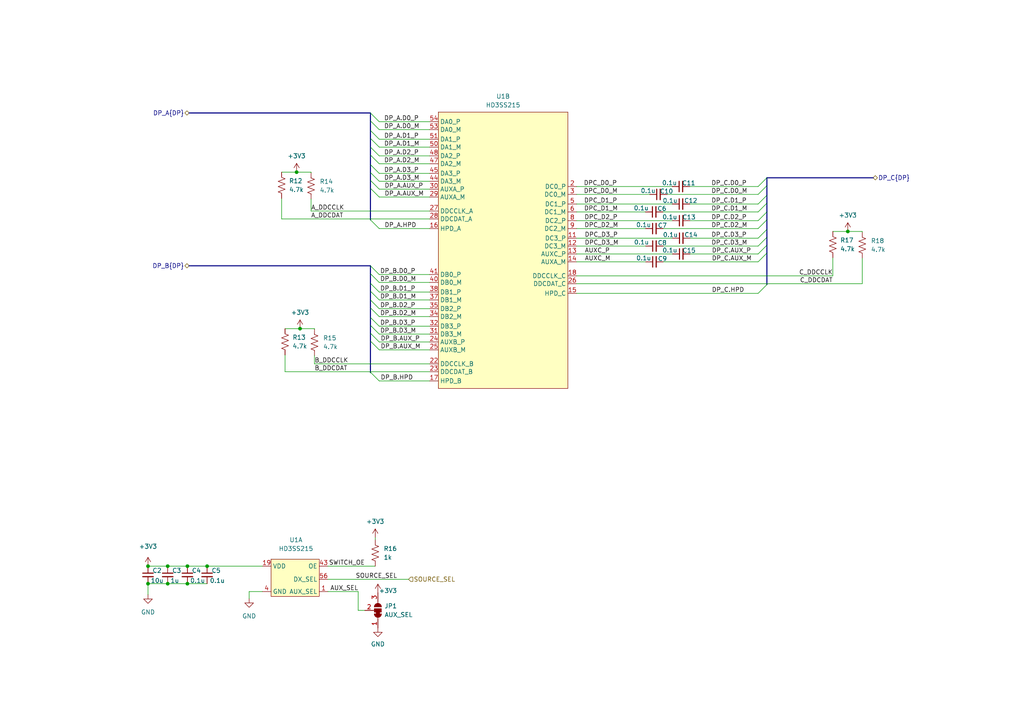
<source format=kicad_sch>
(kicad_sch (version 20211123) (generator eeschema)
  (paper "A4")
  (lib_symbols
    (symbol "Device:C_Small" (pin_numbers hide) (pin_names (offset 0.254) hide)
      (property "Reference" "C" (at 0.254 1.778 0))
      (property "Value" "C_Small" (at 0.254 -2.032 0))
      (symbol "C_Small_0_1"
        (polyline (pts (xy -1.524 -0.508) (xy 1.524 -0.508)) (stroke (width 0.3302)))
        (polyline (pts (xy -1.524 0.508) (xy 1.524 0.508)) (stroke (width 0.3048)))
      )
      (symbol "C_Small_1_1"
        (pin passive line (at 0 2.54 270) (length 2.032) (name "~") (number "1"))
        (pin passive line (at 0 -2.54 90) (length 2.032) (name "~") (number "2"))
      )
    )
    (symbol "Device:R_US" (pin_numbers hide) (pin_names (offset 0))
      (property "Reference" "R" (at 2.54 0 90))
      (property "Value" "R_US" (at -2.54 0 90))
      (symbol "R_US_0_1"
        (polyline (pts (xy 0 -2.286) (xy 0 -2.54)))
        (polyline (pts (xy 0 2.286) (xy 0 2.54)))
        (polyline (pts (xy 0 -0.762) (xy 1.016 -1.143) (xy 0 -1.524) (xy -1.016 -1.905) (xy 0 -2.286)))
        (polyline (pts (xy 0 0.762) (xy 1.016 0.381) (xy 0 0) (xy -1.016 -0.381) (xy 0 -0.762)))
        (polyline (pts (xy 0 2.286) (xy 1.016 1.905) (xy 0 1.524) (xy -1.016 1.143) (xy 0 0.762)))
      )
      (symbol "R_US_1_1"
        (pin passive line (at 0 3.81 270) (length 1.27) (name "~") (number "1"))
        (pin passive line (at 0 -3.81 90) (length 1.27) (name "~") (number "2"))
      )
    )
    (symbol "Jumper:SolderJumper_3_Bridged12" (pin_names (offset 0) hide)
      (property "Reference" "JP" (at -2.54 -2.54 0))
      (property "Value" "SolderJumper_3_Bridged12" (at 0 2.794 0))
      (symbol "SolderJumper_3_Bridged12_0_1"
        (rectangle (start -1.016 0.508) (end -0.508 -0.508) (fill (type outline)))
        (arc (start -1.016 1.016) (mid -2.032 0) (end -1.016 -1.016))
        (arc (start -1.016 1.016) (mid -2.032 0) (end -1.016 -1.016) (fill (type outline)))
        (rectangle (start -0.508 1.016) (end 0.508 -1.016) (fill (type outline)))
        (polyline (pts (xy -2.54 0) (xy -2.032 0)))
        (polyline (pts (xy -1.016 1.016) (xy -1.016 -1.016)))
        (polyline (pts (xy 0 -1.27) (xy 0 -1.016)))
        (polyline (pts (xy 1.016 1.016) (xy 1.016 -1.016)))
        (polyline (pts (xy 2.54 0) (xy 2.032 0)))
        (arc (start 1.016 -1.016) (mid 2.032 0) (end 1.016 1.016))
        (arc (start 1.016 -1.016) (mid 2.032 0) (end 1.016 1.016) (fill (type outline)))
      )
      (symbol "SolderJumper_3_Bridged12_1_1"
        (pin passive line (at -5.08 0 0) (length 2.54) (name "A") (number "1"))
        (pin passive line (at 0 -3.81 90) (length 2.54) (name "C") (number "2"))
        (pin passive line (at 5.08 0 180) (length 2.54) (name "B") (number "3"))
      )
    )
    (symbol "Misic:HD3SS215"
      (property "Reference" "U" (at 0 7.493 0))
      (property "Value" "HD3SS215" (at 0 5.461 0))
      (symbol "HD3SS215_1_1"
        (rectangle (start -6.858 4.572) (end 7.112 -6.223) (fill (type background)))
        (pin input line (at 9.652 -4.826 180) (length 2.54) (name "AUX_SEL") (number "1"))
        (pin input line (at -9.398 -4.826 0) (length 2.54) hide (name "GND") (number "10"))
        (pin input line (at -9.398 2.54 0) (length 2.54) (name "VDD") (number "19"))
        (pin input line (at -9.398 -4.826 0) (length 2.54) hide (name "GND") (number "33"))
        (pin input line (at -9.398 -4.826 0) (length 2.54) hide (name "GND") (number "36"))
        (pin input line (at -9.398 -4.826 0) (length 2.54) hide (name "GND") (number "39"))
        (pin input line (at -9.398 -4.826 0) (length 2.54) (name "GND") (number "4"))
        (pin input line (at 9.652 2.54 180) (length 2.54) (name "OE") (number "43"))
        (pin input line (at -9.398 -4.826 0) (length 2.54) hide (name "GND") (number "46"))
        (pin input line (at -9.398 -4.826 0) (length 2.54) hide (name "GND") (number "49"))
        (pin input line (at -9.398 -4.826 0) (length 2.54) hide (name "GND") (number "52"))
        (pin input line (at -9.398 2.54 0) (length 2.54) hide (name "VDD") (number "55"))
        (pin input line (at 9.652 -1.27 180) (length 2.54) (name "DX_SEL") (number "56"))
        (pin input line (at -9.398 -4.826 0) (length 2.54) hide (name "GND") (number "7"))
      )
      (symbol "HD3SS215_2_1"
        (rectangle (start -19.558 39.878) (end 18.034 -40.259) (fill (type background)))
        (pin bidirectional line (at 20.574 3.302 180) (length 2.54) (name "DC3_P") (number "11"))
        (pin bidirectional line (at 20.574 1.016 180) (length 2.54) (name "DC3_M") (number "12"))
        (pin bidirectional line (at 20.574 -1.27 180) (length 2.54) (name "AUXC_P") (number "13"))
        (pin bidirectional line (at 20.574 -3.556 180) (length 2.54) (name "AUXA_M") (number "14"))
        (pin bidirectional line (at 20.574 -12.7 180) (length 2.54) (name "HPD_C") (number "15"))
        (pin bidirectional line (at -22.098 6.096 0) (length 2.54) (name "HPD_A") (number "16"))
        (pin bidirectional line (at -22.098 -38.1 0) (length 2.54) (name "HPD_B") (number "17"))
        (pin bidirectional line (at 20.574 -7.62 180) (length 2.54) (name "DDCCLK_C") (number "18"))
        (pin bidirectional line (at 20.574 18.288 180) (length 2.54) (name "DC0_P") (number "2"))
        (pin bidirectional line (at -22.098 -33.147 0) (length 2.54) (name "DDCCLK_B") (number "22"))
        (pin bidirectional line (at -22.098 -35.433 0) (length 2.54) (name "DDCDAT_B") (number "23"))
        (pin bidirectional line (at -22.098 -26.797 0) (length 2.54) (name "AUXB_P") (number "24"))
        (pin bidirectional line (at -22.098 -29.083 0) (length 2.54) (name "AUXB_M") (number "25"))
        (pin bidirectional line (at 20.574 -9.906 180) (length 2.54) (name "DDCDAT_C") (number "26"))
        (pin bidirectional line (at -22.098 11.176 0) (length 2.54) (name "DDCCLK_A") (number "27"))
        (pin bidirectional line (at -22.098 8.89 0) (length 2.54) (name "DDCDAT_A") (number "28"))
        (pin bidirectional line (at -22.098 15.24 0) (length 2.54) (name "AUXA_M") (number "29"))
        (pin bidirectional line (at 20.574 16.002 180) (length 2.54) (name "DC0_M") (number "3"))
        (pin bidirectional line (at -22.098 17.526 0) (length 2.54) (name "AUXA_P") (number "30"))
        (pin bidirectional line (at -22.098 -24.511 0) (length 2.54) (name "DB3_M") (number "31"))
        (pin bidirectional line (at -22.098 -22.225 0) (length 2.54) (name "DB3_P") (number "32"))
        (pin bidirectional line (at -22.098 -19.431 0) (length 2.54) (name "DB2_M") (number "34"))
        (pin bidirectional line (at -22.098 -17.145 0) (length 2.54) (name "DB2_P") (number "35"))
        (pin bidirectional line (at -22.098 -14.605 0) (length 2.54) (name "DB1_M") (number "37"))
        (pin bidirectional line (at -22.098 -12.319 0) (length 2.54) (name "DB1_P") (number "38"))
        (pin bidirectional line (at -22.098 -9.525 0) (length 2.54) (name "DB0_M") (number "40"))
        (pin bidirectional line (at -22.098 -7.239 0) (length 2.54) (name "DB0_P") (number "41"))
        (pin bidirectional line (at -22.098 19.812 0) (length 2.54) (name "DA3_M") (number "44"))
        (pin bidirectional line (at -22.098 22.098 0) (length 2.54) (name "DA3_P") (number "45"))
        (pin bidirectional line (at -22.098 24.892 0) (length 2.54) (name "DA2_M") (number "47"))
        (pin bidirectional line (at -22.098 27.178 0) (length 2.54) (name "DA2_P") (number "48"))
        (pin bidirectional line (at 20.574 13.208 180) (length 2.54) (name "DC1_P") (number "5"))
        (pin bidirectional line (at -22.098 29.718 0) (length 2.54) (name "DA1_M") (number "50"))
        (pin bidirectional line (at -22.098 32.004 0) (length 2.54) (name "DA1_P") (number "51"))
        (pin bidirectional line (at -22.098 34.798 0) (length 2.54) (name "DA0_M") (number "53"))
        (pin bidirectional line (at -22.098 37.084 0) (length 2.54) (name "DA0_P") (number "54"))
        (pin bidirectional line (at 20.574 10.922 180) (length 2.54) (name "DC1_M") (number "6"))
        (pin bidirectional line (at 20.574 8.382 180) (length 2.54) (name "DC2_P") (number "8"))
        (pin bidirectional line (at 20.574 6.096 180) (length 2.54) (name "DC2_M") (number "9"))
      )
    )
    (symbol "power:+3V3" (power) (pin_names (offset 0))
      (property "Value" "+3V3" (at 0 3.556 0))
      (symbol "+3V3_0_1"
        (polyline (pts (xy -0.762 1.27) (xy 0 2.54)))
        (polyline (pts (xy 0 0) (xy 0 2.54)))
        (polyline (pts (xy 0 2.54) (xy 0.762 1.27)))
      )
      (symbol "+3V3_1_1"
        (pin power_in line (at 0 0 90) (length 0) hide (name "+3V3") (number "1"))
      )
    )
    (symbol "power:GND" (power) (pin_names (offset 0))
      (property "Value" "GND" (at 0 -3.81 0))
      (symbol "GND_0_1"
        (polyline (pts (xy 0 0) (xy 0 -1.27) (xy 1.27 -1.27) (xy 0 -2.54) (xy -1.27 -1.27) (xy 0 -1.27)))
      )
      (symbol "GND_1_1"
        (pin power_in line (at 0 0 270) (length 0) hide (name "GND") (number "1"))
      )
    )
  )
  (bus_alias "DP" (members "D0_P" "D0_M" "D1_P" "D2_P" "D1_M" "D2_M" "D3_P" "D3_M" "AUX_P" "AUX_M" "DDCCLK" "HPD"))
  (junction (at 54.356 164.211))
  (junction (at 42.926 164.211))
  (junction (at 54.356 169.291))
  (junction (at 48.641 164.211))
  (junction (at 42.926 169.291))
  (junction (at 60.071 164.211))
  (junction (at 86.0298 49.9364))
  (junction (at 245.8974 67.1322))
  (junction (at 48.641 169.291))
  (junction (at 87.0204 95.3262))
  (bus_entry (at 109.982 99.187) (size -2.54 -2.54))
  (bus_entry (at 109.982 110.49) (size -2.54 -2.54))
  (bus_entry (at 109.982 45.212) (size -2.54 -2.54))
  (bus_entry (at 109.982 86.995) (size -2.54 -2.54))
  (bus_entry (at 219.8878 73.66) (size 2.54 -2.54))
  (bus_entry (at 219.8878 56.388) (size 2.54 -2.54))
  (bus_entry (at 219.8878 59.182) (size 2.54 -2.54))
  (bus_entry (at 109.982 84.709) (size -2.54 -2.54))
  (bus_entry (at 219.8878 85.09) (size 2.54 -2.54))
  (bus_entry (at 219.8878 54.102) (size 2.54 -2.54))
  (bus_entry (at 109.982 42.672) (size -2.54 -2.54))
  (bus_entry (at 109.982 35.306) (size -2.54 -2.54))
  (bus_entry (at 109.982 89.535) (size -2.54 -2.54))
  (bus_entry (at 109.982 47.498) (size -2.54 -2.54))
  (bus_entry (at 109.982 96.901) (size -2.54 -2.54))
  (bus_entry (at 219.8878 75.946) (size 2.54 -2.54))
  (bus_entry (at 219.8878 66.294) (size 2.54 -2.54))
  (bus_entry (at 219.8878 64.008) (size 2.54 -2.54))
  (bus_entry (at 219.8878 69.088) (size 2.54 -2.54))
  (bus_entry (at 109.982 57.15) (size -2.54 -2.54))
  (bus_entry (at 109.982 101.473) (size -2.54 -2.54))
  (bus_entry (at 219.8878 61.468) (size 2.54 -2.54))
  (bus_entry (at 109.982 81.915) (size -2.54 -2.54))
  (bus_entry (at 107.442 35.052) (size 2.54 2.54))
  (bus_entry (at 109.982 94.615) (size -2.54 -2.54))
  (bus_entry (at 109.982 79.629) (size -2.54 -2.54))
  (bus_entry (at 109.982 66.294) (size -2.54 -2.54))
  (bus_entry (at 109.982 40.386) (size -2.54 -2.54))
  (bus_entry (at 109.982 52.578) (size -2.54 -2.54))
  (bus_entry (at 219.8878 71.374) (size 2.54 -2.54))
  (bus_entry (at 109.982 54.864) (size -2.54 -2.54))
  (bus_entry (at 109.982 91.821) (size -2.54 -2.54))
  (bus_entry (at 109.982 50.292) (size -2.54 -2.54))
  (wire (pts (xy 82.677 102.9462) (xy 82.677 107.823)))
  (bus (pts (xy 107.442 98.933) (xy 107.442 107.95)))
  (bus (pts (xy 107.442 50.038) (xy 107.442 47.752)))
  (bus (pts (xy 107.442 98.933) (xy 107.442 96.647)))
  (wire (pts (xy 167.259 61.468) (xy 187.198 61.468)))
  (wire (pts (xy 91.2114 95.3262) (xy 91.2114 95.504)))
  (wire (pts (xy 54.356 164.211) (xy 60.071 164.211)))
  (wire (pts (xy 109.982 96.901) (xy 124.587 96.901)))
  (bus (pts (xy 107.442 92.075) (xy 107.442 89.281)))
  (wire (pts (xy 48.641 164.211) (xy 54.356 164.211)))
  (wire (pts (xy 90.2208 49.9364) (xy 90.2208 50.1142)))
  (wire (pts (xy 103.886 171.577) (xy 103.886 177.038)))
  (wire (pts (xy 81.6864 49.9364) (xy 86.0298 49.9364)))
  (bus (pts (xy 107.442 84.455) (xy 107.442 82.169)))
  (wire (pts (xy 76.073 171.577) (xy 72.263 171.577)))
  (wire (pts (xy 167.259 82.296) (xy 250.0884 82.296)))
  (wire (pts (xy 72.263 171.577) (xy 72.263 173.609)))
  (wire (pts (xy 167.259 75.946) (xy 187.2742 75.946)))
  (bus (pts (xy 107.442 35.052) (xy 107.442 37.846)))
  (wire (pts (xy 109.982 89.535) (xy 124.587 89.535)))
  (wire (pts (xy 90.2208 61.214) (xy 124.587 61.214)))
  (wire (pts (xy 91.2114 105.537) (xy 91.2114 103.124)))
  (bus (pts (xy 107.442 42.672) (xy 107.442 40.132)))
  (wire (pts (xy 109.982 52.578) (xy 124.587 52.578)))
  (bus (pts (xy 107.442 54.61) (xy 107.442 52.324)))
  (wire (pts (xy 167.259 71.374) (xy 187.2742 71.374)))
  (bus (pts (xy 107.442 52.324) (xy 107.442 50.038)))
  (wire (pts (xy 54.356 169.291) (xy 48.641 169.291)))
  (wire (pts (xy 81.6864 63.5) (xy 124.587 63.5)))
  (wire (pts (xy 167.259 80.01) (xy 241.554 80.01)))
  (wire (pts (xy 109.982 50.292) (xy 124.587 50.292)))
  (wire (pts (xy 91.2114 105.537) (xy 124.587 105.537)))
  (wire (pts (xy 95.123 171.577) (xy 103.886 171.577)))
  (wire (pts (xy 109.982 84.709) (xy 124.587 84.709)))
  (bus (pts (xy 222.4278 68.834) (xy 222.4278 66.548)))
  (wire (pts (xy 167.259 54.102) (xy 194.945 54.102)))
  (bus (pts (xy 54.864 77.089) (xy 107.442 77.089)))
  (wire (pts (xy 109.982 45.212) (xy 124.587 45.212)))
  (wire (pts (xy 86.0298 49.9364) (xy 90.2208 49.9364)))
  (wire (pts (xy 109.982 79.629) (xy 124.587 79.629)))
  (bus (pts (xy 107.442 96.647) (xy 107.442 94.361)))
  (bus (pts (xy 107.442 32.766) (xy 107.442 35.052)))
  (bus (pts (xy 222.4278 71.12) (xy 222.4278 68.834)))
  (wire (pts (xy 167.259 66.294) (xy 187.2488 66.294)))
  (wire (pts (xy 250.0884 82.296) (xy 250.0884 74.93)))
  (wire (pts (xy 109.982 37.592) (xy 124.587 37.592)))
  (bus (pts (xy 107.442 108.077) (xy 107.442 107.95)))
  (wire (pts (xy 200.1012 64.008) (xy 219.8878 64.008)))
  (wire (pts (xy 81.6864 63.5) (xy 81.6864 57.5564)))
  (bus (pts (xy 222.4278 61.468) (xy 222.4278 58.928)))
  (wire (pts (xy 167.259 64.008) (xy 195.0212 64.008)))
  (wire (pts (xy 108.839 155.956) (xy 108.839 156.591)))
  (wire (pts (xy 82.677 95.3262) (xy 87.0204 95.3262)))
  (wire (pts (xy 192.3288 66.294) (xy 219.8878 66.294)))
  (wire (pts (xy 167.259 69.088) (xy 195.0466 69.088)))
  (wire (pts (xy 109.982 99.187) (xy 124.587 99.187)))
  (wire (pts (xy 48.641 169.291) (xy 42.926 169.291)))
  (wire (pts (xy 109.982 35.306) (xy 124.587 35.306)))
  (bus (pts (xy 222.4278 73.406) (xy 222.4278 71.12)))
  (wire (pts (xy 60.071 169.291) (xy 54.356 169.291)))
  (wire (pts (xy 109.982 101.473) (xy 124.587 101.473)))
  (bus (pts (xy 107.442 94.361) (xy 107.442 92.075)))
  (wire (pts (xy 167.259 85.09) (xy 219.8878 85.09)))
  (wire (pts (xy 200.1266 69.088) (xy 219.8878 69.088)))
  (wire (pts (xy 241.554 67.1322) (xy 245.8974 67.1322)))
  (wire (pts (xy 193.5226 56.388) (xy 219.8878 56.388)))
  (bus (pts (xy 222.4278 51.562) (xy 222.4278 53.848)))
  (wire (pts (xy 245.8974 67.1322) (xy 250.0884 67.1322)))
  (bus (pts (xy 107.442 82.169) (xy 107.442 79.375)))
  (wire (pts (xy 200.1266 73.66) (xy 219.8878 73.66)))
  (wire (pts (xy 167.259 73.66) (xy 195.0466 73.66)))
  (bus (pts (xy 54.864 32.766) (xy 107.442 32.766)))
  (wire (pts (xy 87.0204 95.3262) (xy 91.2114 95.3262)))
  (bus (pts (xy 107.442 47.752) (xy 107.442 44.958)))
  (wire (pts (xy 90.2208 57.7342) (xy 90.2208 61.214)))
  (bus (pts (xy 222.4278 63.754) (xy 222.4278 61.468)))
  (wire (pts (xy 200.0504 59.182) (xy 219.8878 59.182)))
  (bus (pts (xy 107.442 44.958) (xy 107.442 42.672)))
  (wire (pts (xy 200.025 54.102) (xy 219.8878 54.102)))
  (wire (pts (xy 241.554 80.01) (xy 241.554 74.7522)))
  (wire (pts (xy 167.259 59.182) (xy 194.9704 59.182)))
  (wire (pts (xy 109.982 54.864) (xy 124.587 54.864)))
  (bus (pts (xy 222.4278 58.928) (xy 222.4278 56.642)))
  (wire (pts (xy 109.982 81.915) (xy 124.587 81.915)))
  (wire (pts (xy 192.3542 71.374) (xy 219.8878 71.374)))
  (wire (pts (xy 192.3542 75.946) (xy 219.8878 75.946)))
  (wire (pts (xy 82.677 107.823) (xy 124.587 107.823)))
  (wire (pts (xy 109.982 91.821) (xy 124.587 91.821)))
  (wire (pts (xy 109.982 110.49) (xy 124.587 110.49)))
  (wire (pts (xy 109.982 42.672) (xy 124.587 42.672)))
  (wire (pts (xy 95.123 164.211) (xy 108.839 164.211)))
  (bus (pts (xy 107.442 37.846) (xy 107.442 40.132)))
  (wire (pts (xy 95.123 168.021) (xy 118.491 168.021)))
  (wire (pts (xy 167.259 56.388) (xy 188.4426 56.388)))
  (bus (pts (xy 222.4278 56.642) (xy 222.4278 53.848)))
  (wire (pts (xy 109.982 86.995) (xy 124.587 86.995)))
  (bus (pts (xy 107.442 86.995) (xy 107.442 84.455)))
  (wire (pts (xy 109.982 47.498) (xy 124.587 47.498)))
  (wire (pts (xy 109.982 40.386) (xy 124.587 40.386)))
  (wire (pts (xy 192.278 61.468) (xy 219.8878 61.468)))
  (bus (pts (xy 107.442 54.61) (xy 107.442 63.754)))
  (wire (pts (xy 250.0884 67.1322) (xy 250.0884 67.31)))
  (wire (pts (xy 42.926 164.211) (xy 48.641 164.211)))
  (bus (pts (xy 107.442 77.089) (xy 107.442 79.375)))
  (wire (pts (xy 109.982 94.615) (xy 124.587 94.615)))
  (bus (pts (xy 107.442 89.281) (xy 107.442 86.995)))
  (wire (pts (xy 109.982 66.294) (xy 124.587 66.294)))
  (wire (pts (xy 103.886 177.038) (xy 105.791 177.038)))
  (wire (pts (xy 109.982 57.15) (xy 124.587 57.15)))
  (wire (pts (xy 60.071 164.211) (xy 76.073 164.211)))
  (wire (pts (xy 42.926 169.291) (xy 42.926 172.466)))
  (bus (pts (xy 253.238 51.562) (xy 222.4278 51.562)))
  (bus (pts (xy 222.4278 66.548) (xy 222.4278 63.754)))
  (bus (pts (xy 222.4278 73.406) (xy 222.4278 82.55)))
  (label "AUXC_P" (at 169.5704 73.66 0))
  (label "DP_A.AUX_P" (at 111.506 54.864 0))
  (label "SOURCE_SEL" (at 103.124 168.021 0))
  (label "DP_B.AUX_M" (at 110.363 101.473 0))
  (label "DP_C.D1_P" (at 206.2988 59.182 0))
  (label "DP_C.D2_P" (at 206.2988 64.008 0))
  (label "DP_A.AUX_M" (at 111.506 57.15 0))
  (label "DP_A.D1_P" (at 111.379 40.386 0))
  (label "DPC_D3_M" (at 169.545 71.3741 0))
  (label "DP_B.D1_M" (at 110.236 86.995 0))
  (label "DP_A.HPD" (at 111.506 66.294 0))
  (label "DP_B.D1_P" (at 110.236 84.709 0))
  (label "DPC_D1_P" (at 169.3672 59.182 0))
  (label "DP_A.D0_M" (at 111.379 37.592 0))
  (label "DPC_D3_P" (at 169.545 69.088 0))
  (label "DP_C.AUX_P" (at 206.4258 73.66 0))
  (label "DP_C.AUX_M" (at 206.4258 75.946 0))
  (label "B_DDCCLK" (at 91.2114 105.537 0))
  (label "DP_C.D1_M" (at 206.2988 61.468 0))
  (label "DP_B.D2_M" (at 110.236 91.821 0))
  (label "DPC_D0_P" (at 169.291 54.102 0))
  (label "DPC_D1_M" (at 169.3672 61.4681 0))
  (label "DP_A.D0_P" (at 111.379 35.306 0))
  (label "DP_B.D3_P" (at 110.236 94.615 0))
  (label "A_DDCCLK" (at 90.2208 61.214 0))
  (label "DP_B.D0_P" (at 110.236 79.629 0))
  (label "DP_B.D0_M" (at 110.236 81.915 0))
  (label "DP_B.D3_M" (at 110.236 96.901 0))
  (label "DP_A.D1_M" (at 111.379 42.672 0))
  (label "DP_C.D3_M" (at 206.2988 71.374 0))
  (label "DPC_D2_M" (at 169.4688 66.2941 0))
  (label "AUXC_M" (at 169.5704 75.9461 0))
  (label "DP_B.D2_P" (at 110.236 89.535 0))
  (label "DP_C.HPD" (at 206.4258 85.09 0))
  (label "DPC_D2_P" (at 169.4688 64.008 0))
  (label "A_DDCDAT" (at 90.1954 63.5 0))
  (label "DP_A.D2_M" (at 111.379 47.498 0))
  (label "DP_B.HPD" (at 110.363 110.49 0))
  (label "DP_C.D0_P" (at 206.2988 54.102 0))
  (label "DP_C.D0_M" (at 206.2988 56.388 0))
  (label "DP_A.D3_P" (at 111.379 50.292 0))
  (label "B_DDCDAT" (at 91.2114 107.823 0))
  (label "DP_C.D3_P" (at 206.2988 69.088 0))
  (label "AUX_SEL" (at 95.758 171.577 0))
  (label "DP_B.AUX_P" (at 110.363 99.187 0))
  (label "SWITCH_OE" (at 95.377 164.211 0))
  (label "DP_A.D2_P" (at 111.379 45.212 0))
  (label "DP_C.D2_M" (at 206.2988 66.294 0))
  (label "C_DDCCLK" (at 241.554 80.01 180))
  (label "DPC_D0_M" (at 169.291 56.3881 0))
  (label "DP_A.D3_M" (at 111.379 52.578 0))
  (label "C_DDCDAT" (at 241.554 82.296 180))
  (hierarchical_label "DP_B{DP}" (shape bidirectional) (at 54.864 77.089 180))
  (hierarchical_label "DP_C{DP}" (shape bidirectional) (at 253.238 51.562 0))
  (hierarchical_label "DP_A{DP}" (shape bidirectional) (at 54.864 32.766 180))
  (hierarchical_label "SOURCE_SEL" (shape input) (at 118.491 168.021 0))
  (symbol (lib_id "Device:C_Small") (at 60.071 166.751 0) (unit 1)
    (property "Reference" "C5" (at 61.341 165.481 0) (effects (justify left)))
    (property "Value" "0.1u" (at 60.833 168.402 0) (effects (justify left)))
  )
  (symbol (lib_id "Device:R_US") (at 81.6864 53.7464 0) (unit 1)
    (property "Reference" "R12" (at 83.82 52.4763 0) (effects (justify left)))
    (property "Value" "4.7k" (at 83.82 55.0163 0) (effects (justify left)))
  )
  (symbol (lib_id "Device:C_Small") (at 197.485 54.102 90) (unit 1)
    (property "Reference" "C11" (at 199.771 53.086 90))
    (property "Value" "0.1u" (at 194.183 53.0352 90))
  )
  (symbol (lib_id "Device:R_US") (at 91.2114 99.314 0) (unit 1)
    (property "Reference" "R15" (at 93.7006 98.0439 0) (effects (justify left)))
    (property "Value" "4.7k" (at 93.7006 100.5839 0) (effects (justify left)))
  )
  (symbol (lib_id "Device:C_Small") (at 189.8142 75.946 90) (unit 1)
    (property "Reference" "C9" (at 192.151 75.0316 90))
    (property "Value" "0.1u" (at 186.69 74.8538 90))
  )
  (symbol (lib_id "Device:R_US") (at 90.2208 53.9242 0) (unit 1)
    (property "Reference" "R14" (at 92.71 52.6541 0) (effects (justify left)))
    (property "Value" "4.7k" (at 92.71 55.1941 0) (effects (justify left)))
  )
  (symbol (lib_id "Device:C_Small") (at 197.5866 73.66 90) (unit 1)
    (property "Reference" "C15" (at 199.8726 72.644 90))
    (property "Value" "0.1u" (at 194.2846 72.5932 90))
  )
  (symbol (lib_id "Device:C_Small") (at 197.5104 59.182 90) (unit 1)
    (property "Reference" "C12" (at 200.3552 58.1914 90))
    (property "Value" "0.1u" (at 194.3608 58.1914 90))
  )
  (symbol (lib_id "Device:C_Small") (at 197.5612 64.008 90) (unit 1)
    (property "Reference" "C13" (at 199.8472 62.992 90))
    (property "Value" "0.1u" (at 194.2592 62.9412 90))
  )
  (symbol (lib_id "Device:C_Small") (at 190.9826 56.388 90) (unit 1)
    (property "Reference" "C10" (at 193.3194 55.4736 90))
    (property "Value" "0.1u" (at 187.9854 55.3212 90))
  )
  (symbol (lib_id "Device:R_US") (at 108.839 160.401 0) (unit 1)
    (property "Reference" "R16" (at 111.252 159.1309 0) (effects (justify left)))
    (property "Value" "1k" (at 111.252 161.6709 0) (effects (justify left)))
  )
  (symbol (lib_id "Device:R_US") (at 241.554 70.9422 0) (unit 1)
    (property "Reference" "R17" (at 243.6876 69.6721 0) (effects (justify left)))
    (property "Value" "4.7k" (at 243.6876 72.2121 0) (effects (justify left)))
  )
  (symbol (lib_id "Device:C_Small") (at 48.641 166.751 0) (unit 1)
    (property "Reference" "C3" (at 49.911 165.481 0) (effects (justify left)))
    (property "Value" "1u" (at 49.403 168.402 0) (effects (justify left)))
  )
  (symbol (lib_id "Misic:HD3SS215") (at 85.471 166.751 0) (unit 1)
    (property "Reference" "U1" (at 85.852 156.591 0))
    (property "Value" "HD3SS215" (at 85.852 159.131 0))
    (property "Footprint" "Package_DFN_QFN:QFN-56-1EP_8x8mm_P0.5mm_EP4.5x5.2mm_ThermalVias" (effects hide))
    (property "Datasheet" "https://www.ti.com/lit/ds/symlink/hd3ss215.pdf?ts=1671475080454" (effects hide))
  )
  (symbol (lib_id "power:GND") (at 109.601 182.118 0) (unit 1)
    (property "Reference" "#PWR027" (effects hide))
    (property "Value" "GND" (at 109.601 186.817 0))
  )
  (symbol (lib_id "power:+3V3") (at 87.0204 95.3262 0) (unit 1)
    (property "Reference" "#PWR024" (effects hide))
    (property "Value" "+3V3" (at 87.0204 90.6272 0))
  )
  (symbol (lib_id "Device:C_Small") (at 189.7888 66.294 90) (unit 1)
    (property "Reference" "C7" (at 192.1256 65.3796 90))
    (property "Value" "0.1u" (at 186.6646 65.2018 90))
  )
  (symbol (lib_id "power:GND") (at 72.263 173.609 0) (unit 1)
    (property "Reference" "#PWR022" (effects hide))
    (property "Value" "GND" (at 72.263 178.689 0))
  )
  (symbol (lib_id "Device:R_US") (at 250.0884 71.12 0) (unit 1)
    (property "Reference" "R18" (at 252.5776 69.8499 0) (effects (justify left)))
    (property "Value" "4.7k" (at 252.5776 72.3899 0) (effects (justify left)))
  )
  (symbol (lib_id "power:GND") (at 42.926 172.466 0) (unit 1)
    (property "Reference" "#PWR021" (effects hide))
    (property "Value" "GND" (at 42.926 177.546 0))
  )
  (symbol (lib_id "Device:R_US") (at 82.677 99.1362 0) (unit 1)
    (property "Reference" "R13" (at 84.8106 97.8661 0) (effects (justify left)))
    (property "Value" "4.7k" (at 84.8106 100.4061 0) (effects (justify left)))
  )
  (symbol (lib_id "Device:C_Small") (at 189.738 61.468 90) (unit 1)
    (property "Reference" "C6" (at 191.9986 60.5028 90))
    (property "Value" "0.1u" (at 185.9788 60.3504 90))
  )
  (symbol (lib_id "Device:C_Small") (at 42.926 166.751 0) (unit 1)
    (property "Reference" "C2" (at 44.196 165.481 0) (effects (justify left)))
    (property "Value" "10u" (at 43.688 168.402 0) (effects (justify left)))
  )
  (symbol (lib_id "power:+3V3") (at 109.601 171.958 0) (unit 1)
    (property "Reference" "#PWR026" (effects hide))
    (property "Value" "+3V3" (at 112.522 171.323 0))
  )
  (symbol (lib_id "Device:C_Small") (at 189.8142 71.374 90) (unit 1)
    (property "Reference" "C8" (at 192.0748 70.4088 90))
    (property "Value" "0.1u" (at 186.055 70.2564 90))
  )
  (symbol (lib_id "power:+3V3") (at 245.8974 67.1322 0) (unit 1)
    (property "Reference" "#PWR028" (effects hide))
    (property "Value" "+3V3" (at 245.8974 62.4332 0))
  )
  (symbol (lib_id "Jumper:SolderJumper_3_Bridged12") (at 109.601 177.038 270) (mirror x) (unit 1)
    (property "Reference" "JP1" (at 111.506 175.7679 90) (effects (justify left)))
    (property "Value" "AUX_SEL" (at 111.506 178.3079 90) (effects (justify left)))
  )
  (symbol (lib_id "Misic:HD3SS215") (at 146.685 72.39 0) (unit 2)
    (property "Reference" "U1" (at 145.923 27.94 0))
    (property "Value" "HD3SS215" (at 145.923 30.48 0))
    (property "Footprint" "Package_DFN_QFN:QFN-56-1EP_8x8mm_P0.5mm_EP4.5x5.2mm_ThermalVias" (effects hide))
    (property "Datasheet" "https://www.ti.com/lit/ds/symlink/hd3ss215.pdf?ts=1671475080454" (effects hide))
  )
  (symbol (lib_id "Device:C_Small") (at 54.356 166.751 0) (unit 1)
    (property "Reference" "C4" (at 55.626 165.481 0) (effects (justify left)))
    (property "Value" "0.1u" (at 55.118 168.402 0) (effects (justify left)))
  )
  (symbol (lib_id "power:+3V3") (at 42.926 164.211 0) (unit 1)
    (property "Reference" "#PWR020" (effects hide))
    (property "Value" "+3V3" (at 42.926 158.496 0))
  )
  (symbol (lib_id "Device:C_Small") (at 197.5866 69.088 90) (unit 1)
    (property "Reference" "C14" (at 200.4314 68.0974 90))
    (property "Value" "0.1u" (at 194.437 68.0974 90))
  )
  (symbol (lib_id "power:+3V3") (at 108.839 155.956 0) (unit 1)
    (property "Reference" "#PWR025" (effects hide))
    (property "Value" "+3V3" (at 108.839 151.257 0))
  )
  (symbol (lib_id "power:+3V3") (at 86.0298 49.9364 0) (unit 1)
    (property "Reference" "#PWR023" (effects hide))
    (property "Value" "+3V3" (at 86.0298 45.2374 0))
  )
)
</source>
